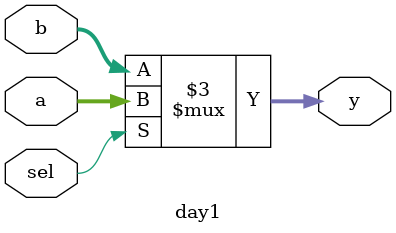
<source format=v>

module day1 (a,b,sel,y);
  input   wire [2:0] a;
  input   wire [2:0]b;
  input   wire sel;
  output  reg [2:0]y;

always @(*) begin
if(sel)
    y = a;
else
    y = b;
end

endmodule
</source>
